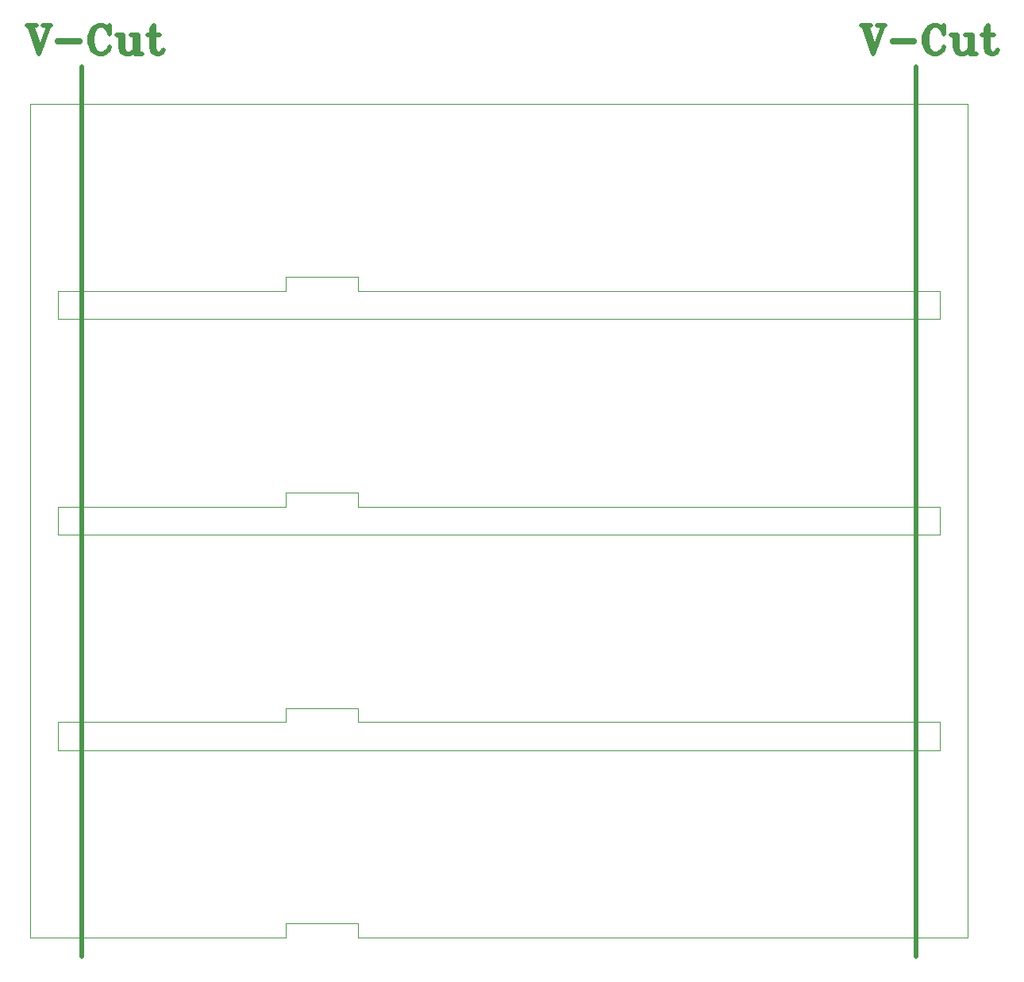
<source format=gko>
%FSLAX46Y46*%
%MOMM*%
%ADD10C,0.010000*%
%ADD11C,0.500000*%
G01*
G01*
%LPD*%
D10*
X3000000Y23000000D02*
X3000000Y20000000D01*
D10*
X3000000Y20000000D02*
X97000000Y20000000D01*
D10*
X97000000Y20000000D02*
X97000000Y23000000D01*
D10*
X97000000Y23000000D02*
X35000000Y23000000D01*
D10*
X35000000Y23000000D02*
X35000000Y24500000D01*
D10*
X35000000Y24500000D02*
X27250000Y24500000D01*
D10*
X27250000Y24500000D02*
X27250000Y23000000D01*
D10*
X27250000Y23000000D02*
X3000000Y23000000D01*
D10*
X3000000Y46000000D02*
X3000000Y43000000D01*
D10*
X3000000Y43000000D02*
X97000000Y43000000D01*
D10*
X97000000Y43000000D02*
X97000000Y46000000D01*
D10*
X97000000Y46000000D02*
X35000000Y46000000D01*
D10*
X35000000Y46000000D02*
X35000000Y47500000D01*
D10*
X35000000Y47500000D02*
X27250000Y47500000D01*
D10*
X27250000Y47500000D02*
X27250000Y46000000D01*
D10*
X27250000Y46000000D02*
X3000000Y46000000D01*
D10*
X3000000Y69000000D02*
X3000000Y66000000D01*
D10*
X3000000Y66000000D02*
X97000000Y66000000D01*
D10*
X97000000Y66000000D02*
X97000000Y69000000D01*
D10*
X97000000Y69000000D02*
X35000000Y69000000D01*
D10*
X35000000Y69000000D02*
X35000000Y70500000D01*
D10*
X35000000Y70500000D02*
X27250000Y70500000D01*
D10*
X27250000Y70500000D02*
X27250000Y69000000D01*
D10*
X27250000Y69000000D02*
X3000000Y69000000D01*
D10*
X35000000Y0D02*
X35000000Y1500000D01*
D10*
X35000000Y1500000D02*
X27250000Y1500000D01*
D10*
X27250000Y1500000D02*
X27250000Y0D01*
D10*
X27250000Y0D02*
X0Y0D01*
D10*
X0Y0D02*
X0Y89000000D01*
D10*
X0Y89000000D02*
X100000000Y89000000D01*
D10*
X100000000Y89000000D02*
X100000000Y0D01*
D10*
X100000000Y0D02*
X35000000Y0D01*
D11*
X928571Y94321432D02*
X-71428Y97321432D01*
D11*
X928571Y94750000D02*
X71428Y97321432D01*
D11*
X928571Y94321432D02*
X928571Y94750000D01*
D11*
X1071428Y94750000D02*
X214285Y97321432D01*
D11*
X928571Y94321432D02*
X1928571Y97178568D01*
D11*
X642857Y97321432D02*
X-357142Y97321432D01*
D11*
X2214285Y97321432D02*
X1357142Y97321432D01*
D11*
X71428Y97035712D02*
X-214285Y97321432D01*
D11*
X214285Y97035712D02*
X357142Y97321432D01*
D11*
X214285Y97178568D02*
X500000Y97321432D01*
D11*
X1928571Y97178568D02*
X1642857Y97321432D01*
D11*
X1928571Y97178568D02*
X2071428Y97321432D01*
D11*
X5357143Y95750000D02*
X2928571Y95750000D01*
D11*
X5357143Y95607144D02*
X5357143Y95750000D01*
D11*
X2928571Y95607144D02*
X2928571Y95750000D01*
D11*
X5357143Y95607144D02*
X2928571Y95607144D01*
D11*
X8500000Y97321432D02*
X8357143Y96892856D01*
D11*
X8500000Y96464288D02*
X8500000Y97321432D01*
D11*
X8357143Y96892856D02*
X8500000Y96464288D01*
D11*
X8071428Y97178568D02*
X8357143Y96892856D01*
D11*
X7785714Y97321432D02*
X8071428Y97178568D01*
D11*
X7357142Y97321432D02*
X7785714Y97321432D01*
D11*
X6928571Y97178568D02*
X7357142Y97321432D01*
D11*
X6642857Y96892856D02*
X6928571Y97178568D01*
D11*
X6500000Y96607144D02*
X6642857Y96892856D01*
D11*
X6357143Y96178568D02*
X6500000Y96607144D01*
D11*
X6357143Y95464288D02*
X6357143Y96178568D01*
D11*
X6500000Y95035712D02*
X6357143Y95464288D01*
D11*
X6642857Y94750000D02*
X6500000Y95035712D01*
D11*
X6928571Y94464288D02*
X6642857Y94750000D01*
D11*
X7357142Y94321432D02*
X6928571Y94464288D01*
D11*
X7785714Y94321432D02*
X7357142Y94321432D01*
D11*
X8071428Y94464288D02*
X7785714Y94321432D01*
D11*
X8357143Y94750000D02*
X8071428Y94464288D01*
D11*
X8500000Y95035712D02*
X8357143Y94750000D01*
D11*
X6642857Y96607144D02*
X6785714Y96892856D01*
D11*
X6500000Y96178568D02*
X6642857Y96607144D01*
D11*
X6500000Y95464288D02*
X6500000Y96178568D01*
D11*
X6642857Y95035712D02*
X6500000Y95464288D01*
D11*
X6785714Y94750000D02*
X6642857Y95035712D01*
D11*
X7071428Y97178568D02*
X7357142Y97321432D01*
D11*
X6785714Y96750000D02*
X7071428Y97178568D01*
D11*
X6642857Y96178568D02*
X6785714Y96750000D01*
D11*
X6642857Y95464288D02*
X6642857Y96178568D01*
D11*
X6785714Y94892856D02*
X6642857Y95464288D01*
D11*
X7071428Y94464288D02*
X6785714Y94892856D01*
D11*
X7357142Y94321432D02*
X7071428Y94464288D01*
D11*
X9642857Y95035712D02*
X9642857Y96321432D01*
D11*
X9785714Y94607144D02*
X9642857Y95035712D01*
D11*
X9928571Y94464288D02*
X9785714Y94607144D01*
D11*
X10214286Y94321432D02*
X9928571Y94464288D01*
D11*
X10642857Y94321432D02*
X10214286Y94321432D01*
D11*
X10928571Y94464288D02*
X10642857Y94321432D01*
D11*
X11071428Y94607144D02*
X10928571Y94464288D01*
D11*
X11214286Y94892856D02*
X11071428Y94607144D01*
D11*
X9785714Y94892856D02*
X9785714Y96178568D01*
D11*
X9928571Y94607144D02*
X9785714Y94892856D01*
D11*
X9928571Y96321432D02*
X9214286Y96321432D01*
D11*
X9928571Y94892856D02*
X9928571Y96321432D01*
D11*
X10071428Y94464288D02*
X9928571Y94892856D01*
D11*
X10214286Y94321432D02*
X10071428Y94464288D01*
D11*
X11214286Y94321432D02*
X11214286Y96321432D01*
D11*
X11928571Y94321432D02*
X11214286Y94321432D01*
D11*
X11357143Y94464288D02*
X11357143Y96178568D01*
D11*
X11500000Y96321432D02*
X10785714Y96321432D01*
D11*
X11500000Y94321432D02*
X11500000Y96321432D01*
D11*
X9642857Y96178568D02*
X9357143Y96321432D01*
D11*
X9642857Y96035712D02*
X9500000Y96321432D01*
D11*
X11642857Y94321432D02*
X11500000Y94607144D01*
D11*
X11785714Y94321432D02*
X11500000Y94464288D01*
D11*
X12928571Y95035712D02*
X12928571Y97035712D01*
D11*
X13071428Y94607144D02*
X12928571Y95035712D01*
D11*
X13214286Y94464288D02*
X13071428Y94607144D01*
D11*
X13500000Y94321432D02*
X13214286Y94464288D01*
D11*
X13785714Y94321432D02*
X13500000Y94321432D01*
D11*
X14071428Y94464288D02*
X13785714Y94321432D01*
D11*
X14214285Y94750000D02*
X14071428Y94464288D01*
D11*
X13071428Y94892856D02*
X13071428Y97035712D01*
D11*
X13214286Y94607144D02*
X13071428Y94892856D01*
D11*
X13214286Y97321432D02*
X12928571Y97035712D01*
D11*
X13214286Y94892856D02*
X13214286Y97321432D01*
D11*
X13357143Y94464288D02*
X13214286Y94892856D01*
D11*
X13500000Y94321432D02*
X13357143Y94464288D01*
D11*
X13785714Y96321432D02*
X12500000Y96321432D01*
D11*
X89928568Y94321432D02*
X88928568Y97321432D01*
D11*
X89928568Y94750000D02*
X89071432Y97321432D01*
D11*
X89928568Y94321432D02*
X89928568Y94750000D01*
D11*
X90071432Y94750000D02*
X89214288Y97321432D01*
D11*
X89928568Y94321432D02*
X90928568Y97178568D01*
D11*
X89642856Y97321432D02*
X88642856Y97321432D01*
D11*
X91214288Y97321432D02*
X90357144Y97321432D01*
D11*
X89071432Y97035712D02*
X88785712Y97321432D01*
D11*
X89214288Y97035712D02*
X89357144Y97321432D01*
D11*
X89214288Y97178568D02*
X89500000Y97321432D01*
D11*
X90928568Y97178568D02*
X90642856Y97321432D01*
D11*
X90928568Y97178568D02*
X91071432Y97321432D01*
D11*
X94357144Y95750000D02*
X91928568Y95750000D01*
D11*
X94357144Y95607144D02*
X94357144Y95750000D01*
D11*
X91928568Y95607144D02*
X91928568Y95750000D01*
D11*
X94357144Y95607144D02*
X91928568Y95607144D01*
D11*
X97500000Y97321432D02*
X97357144Y96892856D01*
D11*
X97500000Y96464288D02*
X97500000Y97321432D01*
D11*
X97357144Y96892856D02*
X97500000Y96464288D01*
D11*
X97071424Y97178568D02*
X97357144Y96892856D01*
D11*
X96785712Y97321432D02*
X97071424Y97178568D01*
D11*
X96357144Y97321432D02*
X96785712Y97321432D01*
D11*
X95928568Y97178568D02*
X96357144Y97321432D01*
D11*
X95642856Y96892856D02*
X95928568Y97178568D01*
D11*
X95500000Y96607144D02*
X95642856Y96892856D01*
D11*
X95357144Y96178568D02*
X95500000Y96607144D01*
D11*
X95357144Y95464288D02*
X95357144Y96178568D01*
D11*
X95500000Y95035712D02*
X95357144Y95464288D01*
D11*
X95642856Y94750000D02*
X95500000Y95035712D01*
D11*
X95928568Y94464288D02*
X95642856Y94750000D01*
D11*
X96357144Y94321432D02*
X95928568Y94464288D01*
D11*
X96785712Y94321432D02*
X96357144Y94321432D01*
D11*
X97071424Y94464288D02*
X96785712Y94321432D01*
D11*
X97357144Y94750000D02*
X97071424Y94464288D01*
D11*
X97500000Y95035712D02*
X97357144Y94750000D01*
D11*
X95642856Y96607144D02*
X95785712Y96892856D01*
D11*
X95500000Y96178568D02*
X95642856Y96607144D01*
D11*
X95500000Y95464288D02*
X95500000Y96178568D01*
D11*
X95642856Y95035712D02*
X95500000Y95464288D01*
D11*
X95785712Y94750000D02*
X95642856Y95035712D01*
D11*
X96071432Y97178568D02*
X96357144Y97321432D01*
D11*
X95785712Y96750000D02*
X96071432Y97178568D01*
D11*
X95642856Y96178568D02*
X95785712Y96750000D01*
D11*
X95642856Y95464288D02*
X95642856Y96178568D01*
D11*
X95785712Y94892856D02*
X95642856Y95464288D01*
D11*
X96071432Y94464288D02*
X95785712Y94892856D01*
D11*
X96357144Y94321432D02*
X96071432Y94464288D01*
D11*
X98642856Y95035712D02*
X98642856Y96321432D01*
D11*
X98785712Y94607144D02*
X98642856Y95035712D01*
D11*
X98928568Y94464288D02*
X98785712Y94607144D01*
D11*
X99214288Y94321432D02*
X98928568Y94464288D01*
D11*
X99642856Y94321432D02*
X99214288Y94321432D01*
D11*
X99928568Y94464288D02*
X99642856Y94321432D01*
D11*
X100071424Y94607144D02*
X99928568Y94464288D01*
D11*
X100214288Y94892856D02*
X100071424Y94607144D01*
D11*
X98785712Y94892856D02*
X98785712Y96178568D01*
D11*
X98928568Y94607144D02*
X98785712Y94892856D01*
D11*
X98928568Y96321432D02*
X98214288Y96321432D01*
D11*
X98928568Y94892856D02*
X98928568Y96321432D01*
D11*
X99071424Y94464288D02*
X98928568Y94892856D01*
D11*
X99214288Y94321432D02*
X99071424Y94464288D01*
D11*
X100214288Y94321432D02*
X100214288Y96321432D01*
D11*
X100928568Y94321432D02*
X100214288Y94321432D01*
D11*
X100357144Y94464288D02*
X100357144Y96178568D01*
D11*
X100500000Y96321432D02*
X99785712Y96321432D01*
D11*
X100500000Y94321432D02*
X100500000Y96321432D01*
D11*
X98642856Y96178568D02*
X98357144Y96321432D01*
D11*
X98642856Y96035712D02*
X98500000Y96321432D01*
D11*
X100642856Y94321432D02*
X100500000Y94607144D01*
D11*
X100785712Y94321432D02*
X100500000Y94464288D01*
D11*
X101928568Y95035712D02*
X101928568Y97035712D01*
D11*
X102071424Y94607144D02*
X101928568Y95035712D01*
D11*
X102214288Y94464288D02*
X102071424Y94607144D01*
D11*
X102500000Y94321432D02*
X102214288Y94464288D01*
D11*
X102785712Y94321432D02*
X102500000Y94321432D01*
D11*
X103071424Y94464288D02*
X102785712Y94321432D01*
D11*
X103214288Y94750000D02*
X103071424Y94464288D01*
D11*
X102071424Y94892856D02*
X102071424Y97035712D01*
D11*
X102214288Y94607144D02*
X102071424Y94892856D01*
D11*
X102214288Y97321432D02*
X101928568Y97035712D01*
D11*
X102214288Y94892856D02*
X102214288Y97321432D01*
D11*
X102357144Y94464288D02*
X102214288Y94892856D01*
D11*
X102500000Y94321432D02*
X102357144Y94464288D01*
D11*
X102785712Y96321432D02*
X101500000Y96321432D01*
D11*
X5500000Y93000000D02*
X5500000Y-2000000D01*
D11*
X94500000Y93000000D02*
X94500000Y-2000000D01*
G75*
M02*

</source>
